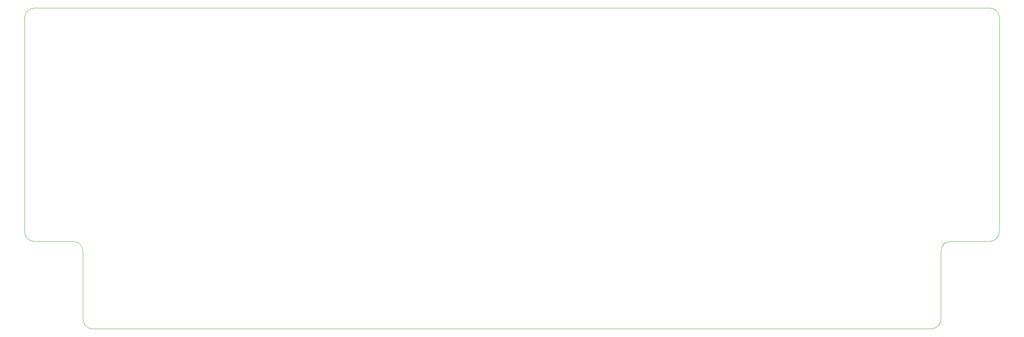
<source format=gm1>
%TF.GenerationSoftware,KiCad,Pcbnew,(5.1.6-0-10_14)*%
%TF.CreationDate,2020-07-22T01:45:02+10:00*%
%TF.ProjectId,iso_40,69736f5f-3430-42e6-9b69-6361645f7063,rev?*%
%TF.SameCoordinates,Original*%
%TF.FileFunction,Profile,NP*%
%FSLAX46Y46*%
G04 Gerber Fmt 4.6, Leading zero omitted, Abs format (unit mm)*
G04 Created by KiCad (PCBNEW (5.1.6-0-10_14)) date 2020-07-22 01:45:02*
%MOMM*%
%LPD*%
G01*
G04 APERTURE LIST*
%TA.AperFunction,Profile*%
%ADD10C,0.050000*%
%TD*%
G04 APERTURE END LIST*
D10*
X261937500Y-78581250D02*
X261937500Y-26193750D01*
X250031250Y-80962500D02*
X259556250Y-80962500D01*
X261937500Y-78581250D02*
G75*
G02*
X259556250Y-80962500I-2381250J0D01*
G01*
X247650000Y-83343750D02*
G75*
G02*
X250031250Y-80962500I2381250J0D01*
G01*
X247650000Y-100012500D02*
X247650000Y-83343750D01*
X247650000Y-100012500D02*
G75*
G02*
X245268750Y-102393750I-2381250J0D01*
G01*
X40481250Y-102393750D02*
X245268750Y-102393750D01*
X40481250Y-102393750D02*
G75*
G02*
X38100000Y-100012500I0J2381250D01*
G01*
X38100000Y-83343750D02*
X38100000Y-100012500D01*
X35718750Y-80962500D02*
G75*
G02*
X38100000Y-83343750I0J-2381250D01*
G01*
X26193750Y-80962500D02*
X35718750Y-80962500D01*
X26193750Y-80962500D02*
G75*
G02*
X23812500Y-78581250I0J2381250D01*
G01*
X23812500Y-26193750D02*
X23812500Y-78581250D01*
X23812500Y-26193750D02*
G75*
G02*
X26193750Y-23812500I2381250J0D01*
G01*
X259556250Y-23812500D02*
X26193750Y-23812500D01*
X259556250Y-23812500D02*
G75*
G02*
X261937500Y-26193750I0J-2381250D01*
G01*
M02*

</source>
